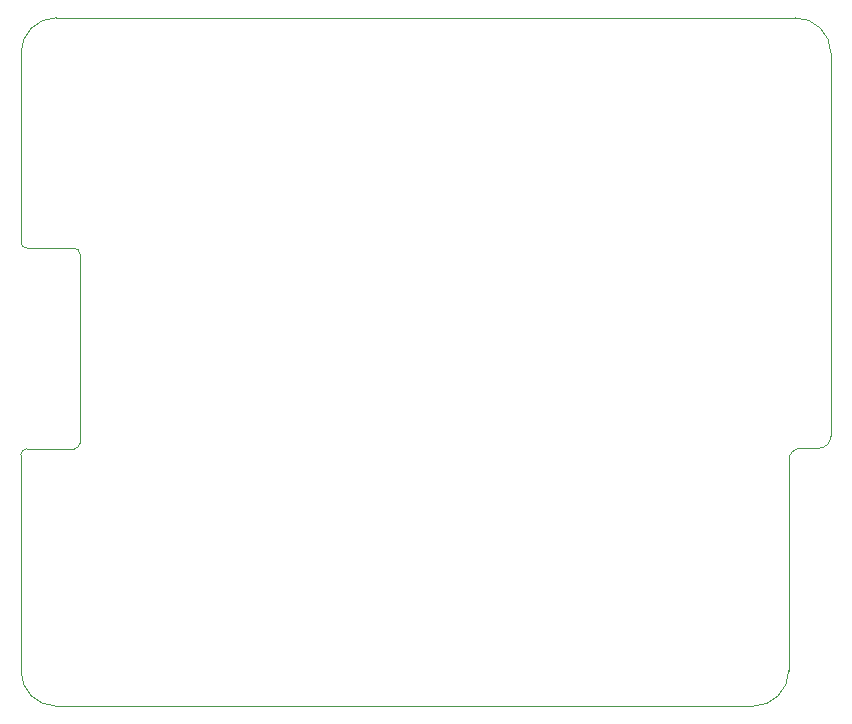
<source format=gm1>
%TF.GenerationSoftware,KiCad,Pcbnew,(6.0.7)*%
%TF.CreationDate,2022-09-16T22:58:04+02:00*%
%TF.ProjectId,peugeot_projekt,70657567-656f-4745-9f70-726f6a656b74,rev?*%
%TF.SameCoordinates,Original*%
%TF.FileFunction,Profile,NP*%
%FSLAX46Y46*%
G04 Gerber Fmt 4.6, Leading zero omitted, Abs format (unit mm)*
G04 Created by KiCad (PCBNEW (6.0.7)) date 2022-09-16 22:58:04*
%MOMM*%
%LPD*%
G01*
G04 APERTURE LIST*
%TA.AperFunction,Profile*%
%ADD10C,0.100000*%
%TD*%
G04 APERTURE END LIST*
D10*
X265000000Y-149286000D02*
X265024000Y-131458000D01*
X268579958Y-97003320D02*
G75*
G03*
X265532000Y-94003320I-3000358J20D01*
G01*
X204500000Y-130500000D02*
X200499127Y-130500001D01*
X200000000Y-131000000D02*
X200000000Y-149286000D01*
X205000000Y-114000000D02*
X205000000Y-130000000D01*
X265532000Y-94003320D02*
X203000000Y-94000000D01*
X200499127Y-130500001D02*
G75*
G03*
X200000000Y-131000000I873J-499999D01*
G01*
X204500000Y-130500000D02*
G75*
G03*
X205000000Y-130000000I0J500000D01*
G01*
X203000000Y-152286000D02*
X262000000Y-152286000D01*
X203000000Y-94000000D02*
G75*
G03*
X200000000Y-97000000I0J-3000000D01*
G01*
X200000000Y-113000000D02*
G75*
G03*
X200500000Y-113500000I500000J0D01*
G01*
X266040000Y-130442000D02*
X267564000Y-130442000D01*
X200000000Y-149286000D02*
G75*
G03*
X203000000Y-152286000I3000000J0D01*
G01*
X205000000Y-114000000D02*
G75*
G03*
X204500000Y-113500000I-500000J0D01*
G01*
X262000000Y-152286000D02*
G75*
G03*
X265000000Y-149286000I0J3000000D01*
G01*
X268580000Y-129426000D02*
X268580000Y-97003320D01*
X266040000Y-130442000D02*
G75*
G03*
X265024000Y-131458000I0J-1016000D01*
G01*
X267564000Y-130442000D02*
G75*
G03*
X268580000Y-129426000I0J1016000D01*
G01*
X200000000Y-97000000D02*
X200000000Y-113000000D01*
X200500000Y-113500000D02*
X204500000Y-113500000D01*
M02*

</source>
